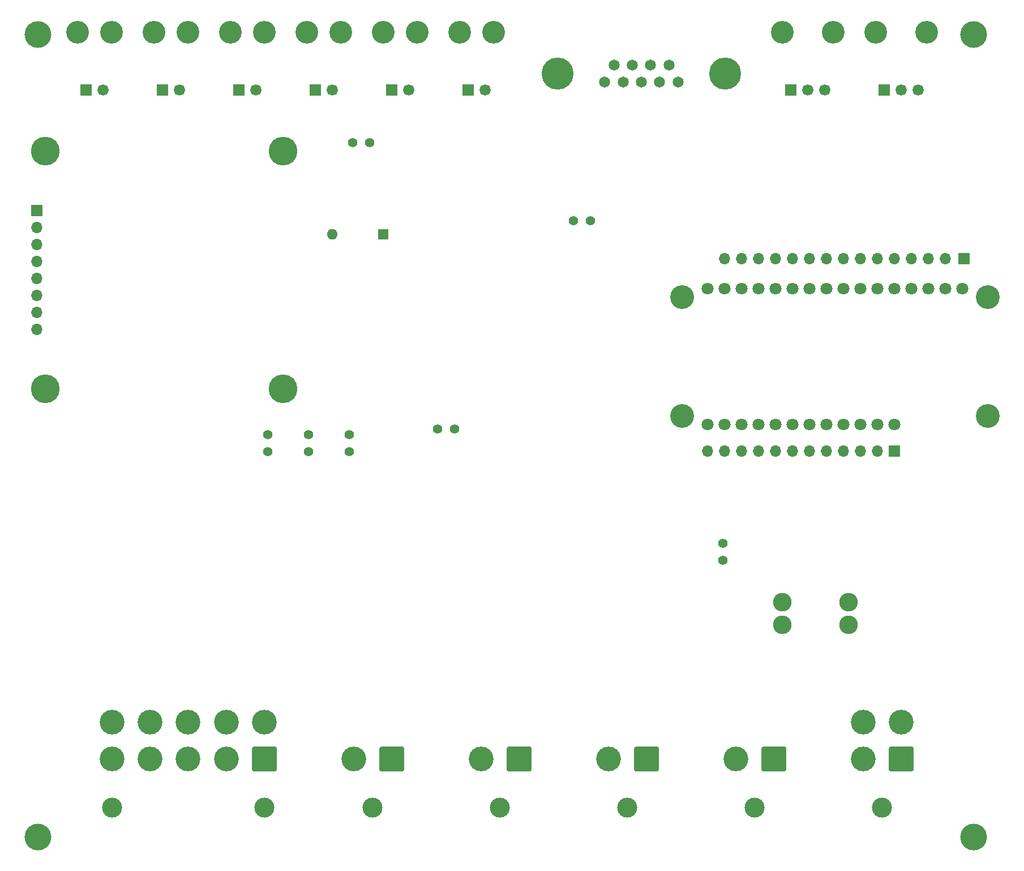
<source format=gbs>
G04 #@! TF.GenerationSoftware,KiCad,Pcbnew,(5.1.9-0-10_14)*
G04 #@! TF.CreationDate,2021-09-08T16:00:18-07:00*
G04 #@! TF.ProjectId,telemetry-pcb,74656c65-6d65-4747-9279-2d7063622e6b,rev?*
G04 #@! TF.SameCoordinates,Original*
G04 #@! TF.FileFunction,Soldermask,Bot*
G04 #@! TF.FilePolarity,Negative*
%FSLAX46Y46*%
G04 Gerber Fmt 4.6, Leading zero omitted, Abs format (unit mm)*
G04 Created by KiCad (PCBNEW (5.1.9-0-10_14)) date 2021-09-08 16:00:18*
%MOMM*%
%LPD*%
G01*
G04 APERTURE LIST*
%ADD10C,1.400000*%
%ADD11O,1.700000X1.700000*%
%ADD12R,1.700000X1.700000*%
%ADD13O,4.300000X4.300000*%
%ADD14C,4.300000*%
%ADD15O,1.600000X1.600000*%
%ADD16R,1.600000X1.600000*%
%ADD17C,1.800000*%
%ADD18C,3.556000*%
%ADD19C,3.400000*%
%ADD20C,1.690000*%
%ADD21R,1.690000X1.690000*%
%ADD22C,4.800000*%
%ADD23C,1.650000*%
%ADD24C,3.000000*%
%ADD25C,3.700000*%
%ADD26C,4.000000*%
%ADD27C,2.780000*%
G04 APERTURE END LIST*
D10*
X101600000Y-84836000D03*
X101600000Y-87376000D03*
X95504000Y-84836000D03*
X95504000Y-87376000D03*
X89408000Y-84836000D03*
X89408000Y-87376000D03*
D11*
X54864000Y-69088000D03*
X54864000Y-66548000D03*
X54864000Y-64008000D03*
X54864000Y-61468000D03*
X54864000Y-58928000D03*
X54864000Y-56388000D03*
X54864000Y-53848000D03*
D12*
X54864000Y-51308000D03*
D13*
X56134000Y-42418000D03*
D14*
X91694000Y-42418000D03*
D13*
X91694000Y-77978000D03*
X56134000Y-77978000D03*
D11*
X155192607Y-87319463D03*
X157732607Y-87319463D03*
X160272607Y-87319463D03*
X162812607Y-87319463D03*
X165352607Y-87319463D03*
X167892607Y-87319463D03*
X170432607Y-87319463D03*
X172972607Y-87319463D03*
X175512607Y-87319463D03*
X178052607Y-87319463D03*
X180592607Y-87319463D03*
D12*
X183132607Y-87319463D03*
D11*
X157735235Y-58506104D03*
X160275235Y-58506104D03*
X162815235Y-58506104D03*
X165355235Y-58506104D03*
X167895235Y-58506104D03*
X170435235Y-58506104D03*
X172975235Y-58506104D03*
X175515235Y-58506104D03*
X178055235Y-58506104D03*
X180595235Y-58506104D03*
X183135235Y-58506104D03*
X185675235Y-58506104D03*
X188215235Y-58506104D03*
X190755235Y-58506104D03*
D12*
X193513235Y-58506104D03*
D15*
X99060000Y-54864000D03*
D16*
X106680000Y-54864000D03*
D17*
X183134000Y-83312000D03*
X180594000Y-83312000D03*
X178054000Y-83312000D03*
X175514000Y-83312000D03*
X172974000Y-83312000D03*
X170434000Y-83312000D03*
X167894000Y-83312000D03*
X165354000Y-83312000D03*
X162814000Y-83312000D03*
X160274000Y-83312000D03*
X157734000Y-83312000D03*
X155194000Y-83312000D03*
X155194000Y-62992000D03*
X157734000Y-62992000D03*
X160274000Y-62992000D03*
X162814000Y-62992000D03*
X165354000Y-62992000D03*
X167894000Y-62992000D03*
X170434000Y-62992000D03*
X172974000Y-62992000D03*
X175514000Y-62992000D03*
X178054000Y-62992000D03*
X180594000Y-62992000D03*
X183134000Y-62992000D03*
X185674000Y-62992000D03*
X188214000Y-62992000D03*
X190754000Y-62992000D03*
X193294000Y-62992000D03*
D18*
X151384000Y-64262000D03*
X197104000Y-64262000D03*
X151384000Y-82042000D03*
X197104000Y-82042000D03*
D19*
X166370000Y-24605000D03*
X173990000Y-24605000D03*
D20*
X172720000Y-33245000D03*
X170180000Y-33245000D03*
D21*
X167640000Y-33245000D03*
D19*
X180340000Y-24605000D03*
X187960000Y-24605000D03*
D20*
X186690000Y-33245000D03*
X184150000Y-33245000D03*
D21*
X181610000Y-33245000D03*
D22*
X132788000Y-30850000D03*
X157788000Y-30850000D03*
D23*
X141178000Y-29580000D03*
X143918000Y-29580000D03*
X146658000Y-29580000D03*
X149398000Y-29580000D03*
X139808000Y-32120000D03*
X142548000Y-32120000D03*
X145288000Y-32120000D03*
X148028000Y-32120000D03*
X150768000Y-32120000D03*
D24*
X162250000Y-140650000D03*
D25*
X159400000Y-133350000D03*
G36*
G01*
X166950000Y-131750000D02*
X166950000Y-134950000D01*
G75*
G02*
X166700000Y-135200000I-250000J0D01*
G01*
X163500000Y-135200000D01*
G75*
G02*
X163250000Y-134950000I0J250000D01*
G01*
X163250000Y-131750000D01*
G75*
G02*
X163500000Y-131500000I250000J0D01*
G01*
X166700000Y-131500000D01*
G75*
G02*
X166950000Y-131750000I0J-250000D01*
G01*
G37*
D24*
X143200000Y-140650000D03*
D25*
X140350000Y-133350000D03*
G36*
G01*
X147900000Y-131750000D02*
X147900000Y-134950000D01*
G75*
G02*
X147650000Y-135200000I-250000J0D01*
G01*
X144450000Y-135200000D01*
G75*
G02*
X144200000Y-134950000I0J250000D01*
G01*
X144200000Y-131750000D01*
G75*
G02*
X144450000Y-131500000I250000J0D01*
G01*
X147650000Y-131500000D01*
G75*
G02*
X147900000Y-131750000I0J-250000D01*
G01*
G37*
D24*
X124150000Y-140650000D03*
D25*
X121300000Y-133350000D03*
G36*
G01*
X128850000Y-131750000D02*
X128850000Y-134950000D01*
G75*
G02*
X128600000Y-135200000I-250000J0D01*
G01*
X125400000Y-135200000D01*
G75*
G02*
X125150000Y-134950000I0J250000D01*
G01*
X125150000Y-131750000D01*
G75*
G02*
X125400000Y-131500000I250000J0D01*
G01*
X128600000Y-131500000D01*
G75*
G02*
X128850000Y-131750000I0J-250000D01*
G01*
G37*
D24*
X105100000Y-140650000D03*
D25*
X102250000Y-133350000D03*
G36*
G01*
X109800000Y-131750000D02*
X109800000Y-134950000D01*
G75*
G02*
X109550000Y-135200000I-250000J0D01*
G01*
X106350000Y-135200000D01*
G75*
G02*
X106100000Y-134950000I0J250000D01*
G01*
X106100000Y-131750000D01*
G75*
G02*
X106350000Y-131500000I250000J0D01*
G01*
X109550000Y-131500000D01*
G75*
G02*
X109800000Y-131750000I0J-250000D01*
G01*
G37*
D19*
X60960000Y-24605000D03*
X66040000Y-24605000D03*
D20*
X64770000Y-33245000D03*
D21*
X62230000Y-33245000D03*
D19*
X72390000Y-24605000D03*
X77470000Y-24605000D03*
D20*
X76200000Y-33245000D03*
D21*
X73660000Y-33245000D03*
D19*
X83820000Y-24605000D03*
X88900000Y-24605000D03*
D20*
X87630000Y-33245000D03*
D21*
X85090000Y-33245000D03*
D19*
X106680000Y-24605000D03*
X111760000Y-24605000D03*
D20*
X110490000Y-33245000D03*
D21*
X107950000Y-33245000D03*
D19*
X118110000Y-24605000D03*
X123190000Y-24605000D03*
D20*
X121920000Y-33245000D03*
D21*
X119380000Y-33245000D03*
D19*
X95250000Y-24605000D03*
X100330000Y-24605000D03*
D20*
X99060000Y-33245000D03*
D21*
X96520000Y-33245000D03*
D26*
X195000000Y-145000000D03*
X195000000Y-25000000D03*
X55000000Y-145000000D03*
X55000000Y-25000000D03*
D24*
X66100000Y-140650000D03*
X88900000Y-140650000D03*
D25*
X66100000Y-127850000D03*
X71800000Y-127850000D03*
X77500000Y-127850000D03*
X83200000Y-127850000D03*
X88900000Y-127850000D03*
X66100000Y-133350000D03*
X71800000Y-133350000D03*
X77500000Y-133350000D03*
X83200000Y-133350000D03*
G36*
G01*
X90750000Y-131750000D02*
X90750000Y-134950000D01*
G75*
G02*
X90500000Y-135200000I-250000J0D01*
G01*
X87300000Y-135200000D01*
G75*
G02*
X87050000Y-134950000I0J250000D01*
G01*
X87050000Y-131750000D01*
G75*
G02*
X87300000Y-131500000I250000J0D01*
G01*
X90500000Y-131500000D01*
G75*
G02*
X90750000Y-131750000I0J-250000D01*
G01*
G37*
D27*
X166356000Y-109884000D03*
X166356000Y-113284000D03*
X176276000Y-109884000D03*
X176276000Y-113284000D03*
D24*
X181300000Y-140650000D03*
D25*
X178450000Y-127850000D03*
X184150000Y-127850000D03*
X178450000Y-133350000D03*
G36*
G01*
X186000000Y-131750000D02*
X186000000Y-134950000D01*
G75*
G02*
X185750000Y-135200000I-250000J0D01*
G01*
X182550000Y-135200000D01*
G75*
G02*
X182300000Y-134950000I0J250000D01*
G01*
X182300000Y-131750000D01*
G75*
G02*
X182550000Y-131500000I250000J0D01*
G01*
X185750000Y-131500000D01*
G75*
G02*
X186000000Y-131750000I0J-250000D01*
G01*
G37*
D10*
X137668000Y-52832000D03*
X135128000Y-52832000D03*
X104648000Y-41148000D03*
X102108000Y-41148000D03*
X117348000Y-83947000D03*
X114808000Y-83947000D03*
X157480000Y-101092000D03*
X157480000Y-103632000D03*
M02*

</source>
